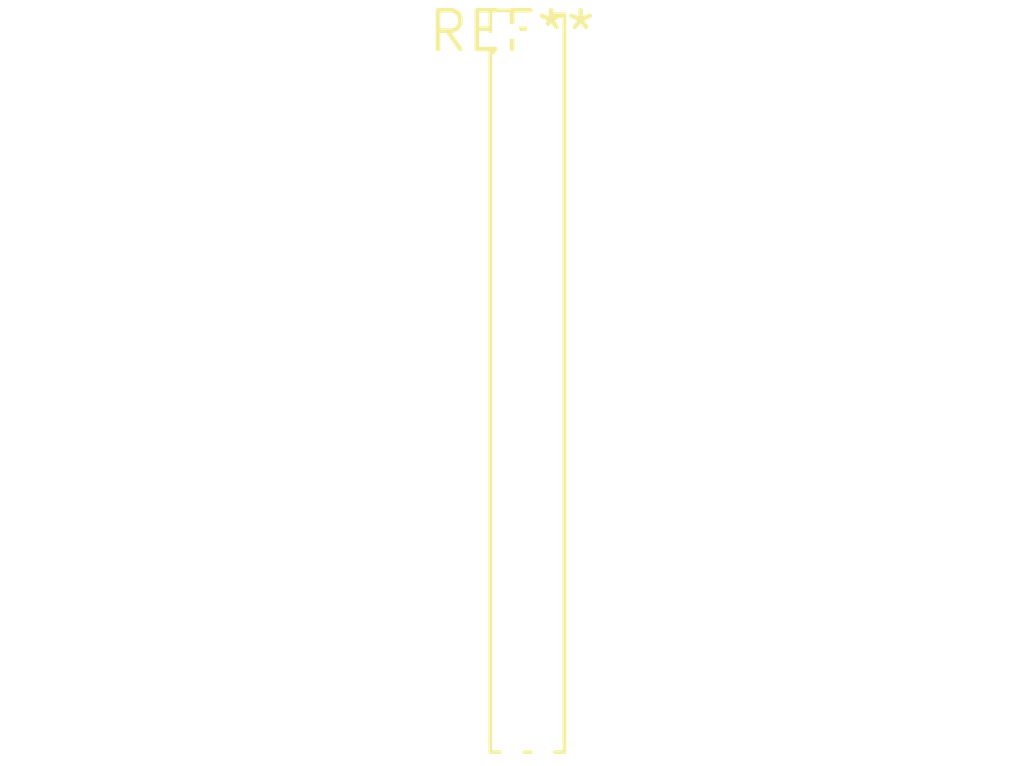
<source format=kicad_pcb>
(kicad_pcb (version 20240108) (generator pcbnew)
  (layers (0 "F.Cu" signal) (31 "B.Cu" signal) (34 "B.Paste" user) (35 "F.Paste" user) (36 "B.SilkS" user "B.Silkscreen") (37 "F.SilkS" user "F.Silkscreen") (38 "B.Mask" user) (39 "F.Mask" user) (44 "Edge.Cuts" user))
  (net 0 "")
  (footprint "PinHeader_2x24_P1.00mm_Vertical" (layer "F.Cu") (at 0 0)
    (property "Reference" "REF**")
    (property "Value" "PinHeader_2x24_P1.00mm_Vertical")
    (fp_line (start -0.71 -0.685) (end 0 -0.685) (layer "F.SilkS") (stroke (width 0.12)))
    (fp_line (start -0.71 0) (end -0.71 -0.685) (layer "F.SilkS") (stroke (width 0.12)))
    (fp_line (start -0.71 0.685) (end -0.71 23.56) (layer "F.SilkS") (stroke (width 0.12)))
    (fp_line (start -0.71 0.685) (end -0.608276 0.685) (layer "F.SilkS") (stroke (width 0.12)))
    (fp_line (start -0.71 23.56) (end -0.394493 23.56) (layer "F.SilkS") (stroke (width 0.12)))
    (fp_line (start 0.394493 23.56) (end 0.605507 23.56) (layer "F.SilkS") (stroke (width 0.12)))
    (fp_line (start 1.394493 -0.56) (end 1.71 -0.56) (layer "F.SilkS") (stroke (width 0.12)))
    (fp_line (start 1.394493 23.56) (end 1.71 23.56) (layer "F.SilkS") (stroke (width 0.12)))
    (fp_line (start 1.71 -0.56) (end 1.71 23.56) (layer "F.SilkS") (stroke (width 0.12)))
    (pad "1" thru_hole rect (at 0 0) (size 0.85 0.85) (drill 0.5) (layers *.Cu *.Mask) (remove_unused_layers))
    (pad "2" thru_hole oval (at 1 0) (size 0.85 0.85) (drill 0.5) (layers *.Cu *.Mask) (remove_unused_layers))
    (pad "3" thru_hole oval (at 0 1) (size 0.85 0.85) (drill 0.5) (layers *.Cu *.Mask) (remove_unused_layers))
    (pad "4" thru_hole oval (at 1 1) (size 0.85 0.85) (drill 0.5) (layers *.Cu *.Mask) (remove_unused_layers))
    (pad "5" thru_hole oval (at 0 2) (size 0.85 0.85) (drill 0.5) (layers *.Cu *.Mask) (remove_unused_layers))
    (pad "6" thru_hole oval (at 1 2) (size 0.85 0.85) (drill 0.5) (layers *.Cu *.Mask) (remove_unused_layers))
    (pad "7" thru_hole oval (at 0 3) (size 0.85 0.85) (drill 0.5) (layers *.Cu *.Mask) (remove_unused_layers))
    (pad "8" thru_hole oval (at 1 3) (size 0.85 0.85) (drill 0.5) (layers *.Cu *.Mask) (remove_unused_layers))
    (pad "9" thru_hole oval (at 0 4) (size 0.85 0.85) (drill 0.5) (layers *.Cu *.Mask) (remove_unused_layers))
    (pad "10" thru_hole oval (at 1 4) (size 0.85 0.85) (drill 0.5) (layers *.Cu *.Mask) (remove_unused_layers))
    (pad "11" thru_hole oval (at 0 5) (size 0.85 0.85) (drill 0.5) (layers *.Cu *.Mask) (remove_unused_layers))
    (pad "12" thru_hole oval (at 1 5) (size 0.85 0.85) (drill 0.5) (layers *.Cu *.Mask) (remove_unused_layers))
    (pad "13" thru_hole oval (at 0 6) (size 0.85 0.85) (drill 0.5) (layers *.Cu *.Mask) (remove_unused_layers))
    (pad "14" thru_hole oval (at 1 6) (size 0.85 0.85) (drill 0.5) (layers *.Cu *.Mask) (remove_unused_layers))
    (pad "15" thru_hole oval (at 0 7) (size 0.85 0.85) (drill 0.5) (layers *.Cu *.Mask) (remove_unused_layers))
    (pad "16" thru_hole oval (at 1 7) (size 0.85 0.85) (drill 0.5) (layers *.Cu *.Mask) (remove_unused_layers))
    (pad "17" thru_hole oval (at 0 8) (size 0.85 0.85) (drill 0.5) (layers *.Cu *.Mask) (remove_unused_layers))
    (pad "18" thru_hole oval (at 1 8) (size 0.85 0.85) (drill 0.5) (layers *.Cu *.Mask) (remove_unused_layers))
    (pad "19" thru_hole oval (at 0 9) (size 0.85 0.85) (drill 0.5) (layers *.Cu *.Mask) (remove_unused_layers))
    (pad "20" thru_hole oval (at 1 9) (size 0.85 0.85) (drill 0.5) (layers *.Cu *.Mask) (remove_unused_layers))
    (pad "21" thru_hole oval (at 0 10) (size 0.85 0.85) (drill 0.5) (layers *.Cu *.Mask) (remove_unused_layers))
    (pad "22" thru_hole oval (at 1 10) (size 0.85 0.85) (drill 0.5) (layers *.Cu *.Mask) (remove_unused_layers))
    (pad "23" thru_hole oval (at 0 11) (size 0.85 0.85) (drill 0.5) (layers *.Cu *.Mask) (remove_unused_layers))
    (pad "24" thru_hole oval (at 1 11) (size 0.85 0.85) (drill 0.5) (layers *.Cu *.Mask) (remove_unused_layers))
    (pad "25" thru_hole oval (at 0 12) (size 0.85 0.85) (drill 0.5) (layers *.Cu *.Mask) (remove_unused_layers))
    (pad "26" thru_hole oval (at 1 12) (size 0.85 0.85) (drill 0.5) (layers *.Cu *.Mask) (remove_unused_layers))
    (pad "27" thru_hole oval (at 0 13) (size 0.85 0.85) (drill 0.5) (layers *.Cu *.Mask) (remove_unused_layers))
    (pad "28" thru_hole oval (at 1 13) (size 0.85 0.85) (drill 0.5) (layers *.Cu *.Mask) (remove_unused_layers))
    (pad "29" thru_hole oval (at 0 14) (size 0.85 0.85) (drill 0.5) (layers *.Cu *.Mask) (remove_unused_layers))
    (pad "30" thru_hole oval (at 1 14) (size 0.85 0.85) (drill 0.5) (layers *.Cu *.Mask) (remove_unused_layers))
    (pad "31" thru_hole oval (at 0 15) (size 0.85 0.85) (drill 0.5) (layers *.Cu *.Mask) (remove_unused_layers))
    (pad "32" thru_hole oval (at 1 15) (size 0.85 0.85) (drill 0.5) (layers *.Cu *.Mask) (remove_unused_layers))
    (pad "33" thru_hole oval (at 0 16) (size 0.85 0.85) (drill 0.5) (layers *.Cu *.Mask) (remove_unused_layers))
    (pad "34" thru_hole oval (at 1 16) (size 0.85 0.85) (drill 0.5) (layers *.Cu *.Mask) (remove_unused_layers))
    (pad "35" thru_hole oval (at 0 17) (size 0.85 0.85) (drill 0.5) (layers *.Cu *.Mask) (remove_unused_layers))
    (pad "36" thru_hole oval (at 1 17) (size 0.85 0.85) (drill 0.5) (layers *.Cu *.Mask) (remove_unused_layers))
    (pad "37" thru_hole oval (at 0 18) (size 0.85 0.85) (drill 0.5) (layers *.Cu *.Mask) (remove_unused_layers))
    (pad "38" thru_hole oval (at 1 18) (size 0.85 0.85) (drill 0.5) (layers *.Cu *.Mask) (remove_unused_layers))
    (pad "39" thru_hole oval (at 0 19) (size 0.85 0.85) (drill 0.5) (layers *.Cu *.Mask) (remove_unused_layers))
    (pad "40" thru_hole oval (at 1 19) (size 0.85 0.85) (drill 0.5) (layers *.Cu *.Mask) (remove_unused_layers))
    (pad "41" thru_hole oval (at 0 20) (size 0.85 0.85) (drill 0.5) (layers *.Cu *.Mask) (remove_unused_layers))
    (pad "42" thru_hole oval (at 1 20) (size 0.85 0.85) (drill 0.5) (layers *.Cu *.Mask) (remove_unused_layers))
    (pad "43" thru_hole oval (at 0 21) (size 0.85 0.85) (drill 0.5) (layers *.Cu *.Mask) (remove_unused_layers))
    (pad "44" thru_hole oval (at 1 21) (size 0.85 0.85) (drill 0.5) (layers *.Cu *.Mask) (remove_unused_layers))
    (pad "45" thru_hole oval (at 0 22) (size 0.85 0.85) (drill 0.5) (layers *.Cu *.Mask) (remove_unused_layers))
    (pad "46" thru_hole oval (at 1 22) (size 0.85 0.85) (drill 0.5) (layers *.Cu *.Mask) (remove_unused_layers))
    (pad "47" thru_hole oval (at 0 23) (size 0.85 0.85) (drill 0.5) (layers *.Cu *.Mask) (remove_unused_layers))
    (pad "48" thru_hole oval (at 1 23) (size 0.85 0.85) (drill 0.5) (layers *.Cu *.Mask) (remove_unused_layers))
  )
)
</source>
